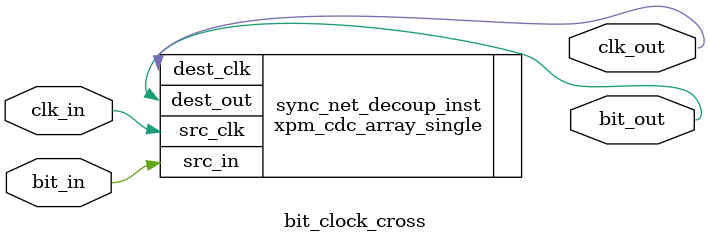
<source format=v>
`timescale 1ns / 1ps
`default_nettype none

/*
Bit Clock Cross

Author: Daniel Rozhko, PhD Candidate University of Toronto

Description:
   Clock crossing for a single bit, to use in Xlnx Block Diagrams

*/


module bit_clock_cross
(
    //Single Bit wire to cross clock
    input wire      bit_in,
    output wire     bit_out,

    //Clocks for input and output side
    input wire      clk_in,
    output wire     clk_out
);

    xpm_cdc_array_single
    #(
        .DEST_SYNC_FF(3),   //DECIMAL; range:2-10
        .INIT_SYNC_FF(0),   //DECIMAL; integer; 0=disable simulation init values, 1=enable simulation init values
        .SIM_ASSERT_CHK(0), //DECIMAL; integer; 0=disable simulation messages, 1=enable simulation messages
        .SRC_INPUT_REG(1),  //DECIMAL; 0=do not register input, 1=register input
        .WIDTH(1)           //DECIMAL; range:1-1024
    )
    sync_net_decoup_inst
    (
        .src_in     (bit_in),
        .dest_out   (bit_out),

        .src_clk    (clk_in),
        .dest_clk   (clk_out)        
    );


endmodule

`default_nettype wire
</source>
